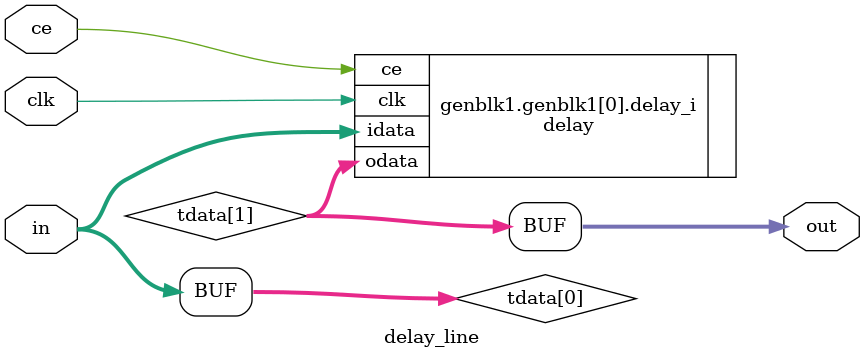
<source format=v>
`timescale 1ns / 1ps
module delay_line # (
	parameter N=4,
	parameter DELAY=1
)
(
	input clk,
	input ce,
	input [N-1:0]in,
	output [N-1:0]out
);

wire [N-1:0] tdata [DELAY:0];
assign tdata[0] = in;

genvar i;
generate
	if(DELAY==0)
	begin
		assign out = in;
	end else
	begin
		for(i=0; i < DELAY; i=i+1)
		begin
			delay # (
			.N(N) )
			delay_i
			(
				.ce(ce),
				.clk(clk),
				.idata(tdata[i]),
				.odata(tdata[i+1])
			);
		end
	end
endgenerate

assign out = tdata[DELAY];

endmodule

</source>
